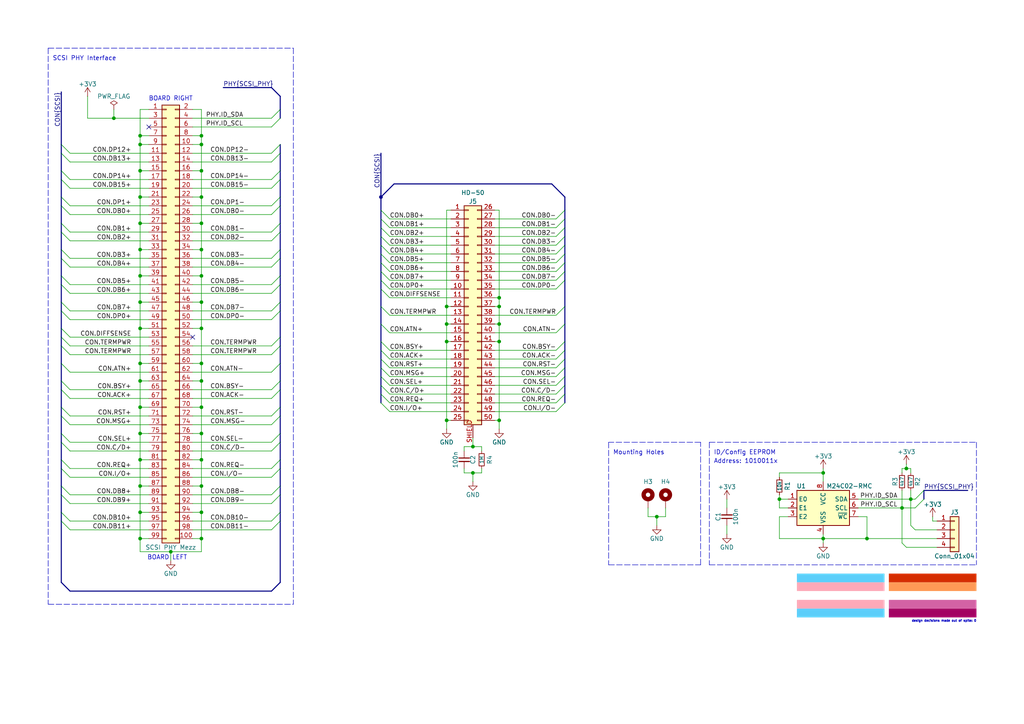
<source format=kicad_sch>
(kicad_sch (version 20231120) (generator "eeschema") (generator_version "8.0")
  (paper "A4")
  (title_block (title "Squishy -  ICD 50") (date "2024-08-22") (rev "1") (company "Shrine Maiden Heavy Industries") (comment 1 "License:  CERN-OHL-S") (comment 2 "© 2024 Aki 'lethalbit' Van Ness, et. al.") (comment 4 "Squishy - SCSI Multitool"))
  (bus_alias "SCSI" (members "DB0+" "DB0-" "DB1+" "DB1-" "DB2+" "DB2-" "DB3+" "DB3-" "DB4+" "DB4-" "DB5+" "DB5-" "DB6+" "DB6-" "DB7+" "DB7-" "DB8+" "DB8-" "DB9+" "DB9-" "DB10+" "DB10-" "DB11+" "DB11-" "DB12+" "DB12-" "DB13+" "DB13-" "DB14+" "DB14-" "DB15+" "DB15-" "DP0+" "DP0-" "DP1+" "DP1-" "ATN+" "ATN-" "BSY+" "BSY-" "ACK+" "ACK-" "RST+" "RST-" "MSG+" "MSG-" "SEL+" "SEL-" "C/D+" "C/D-" "REQ+" "REQ-" "I/O+" "I/O-" "DIFFSENSE" "TERMPWR"))
  (bus_alias "SCSI_PHY" (members "DB[0..15]" "DP[0..1]" "ATN" "BSY" "ACK" "RST" "MSG" "SEL" "C/D" "REQ" "I/O" "ID_SDA" "ID_SCL" "~{PHY_PRSNT}" "TERMPW_EN" "LS_CTRL[0..5]" "DBL_DIR" "DBH_DIR" "INIT_DIR" "TRGT_DIR" "SEL_DIR" "RST_DIR" "BSY_DIR"))
  (junction (at 40.64 87.63))
  (junction (at 40.64 41.91))
  (junction (at 226.06 144.78))
  (junction (at 40.64 133.35))
  (junction (at 58.42 80.01))
  (junction (at 137.16 129.54))
  (junction (at 144.78 99.06))
  (junction (at 137.16 137.16))
  (junction (at 238.76 137.16))
  (junction (at 58.42 64.77))
  (junction (at 58.42 118.11))
  (junction (at 129.54 93.98))
  (junction (at 129.54 99.06))
  (junction (at 40.64 110.49))
  (junction (at 40.64 148.59))
  (junction (at 144.78 88.9))
  (junction (at 58.42 41.91))
  (junction (at 144.78 93.98))
  (junction (at 144.78 121.92))
  (junction (at 58.42 133.35))
  (junction (at 110.49 57.15))
  (junction (at 40.64 95.25))
  (junction (at 190.5 149.86))
  (junction (at 261.62 147.32))
  (junction (at 58.42 125.73))
  (junction (at 40.64 64.77))
  (junction (at 58.42 87.63))
  (junction (at 40.64 39.37))
  (junction (at 144.78 86.36))
  (junction (at 40.64 156.21))
  (junction (at 58.42 140.97))
  (junction (at 58.42 49.53))
  (junction (at 262.89 135.89))
  (junction (at 129.54 121.92))
  (junction (at 58.42 72.39))
  (junction (at 264.16 144.78))
  (junction (at 40.64 140.97))
  (junction (at 40.64 72.39))
  (junction (at 58.42 39.37))
  (junction (at 58.42 110.49))
  (junction (at 40.64 118.11))
  (junction (at 40.64 57.15))
  (junction (at 251.46 156.21))
  (junction (at 58.42 105.41))
  (junction (at 129.54 88.9))
  (junction (at 238.76 156.21))
  (junction (at 58.42 57.15))
  (junction (at 58.42 148.59))
  (junction (at 49.53 160.02))
  (junction (at 40.64 80.01))
  (junction (at 40.64 125.73))
  (junction (at 58.42 156.21))
  (junction (at 33.02 34.29))
  (junction (at 58.42 95.25))
  (junction (at 40.64 49.53))
  (junction (at 40.64 105.41))
  (no_connect (at 55.88 97.79))
  (no_connect (at 43.18 36.83))
  (bus_entry (at 17.78 44.45) (size 2.54 2.54))
  (bus_entry (at 81.28 82.55) (size -2.54 2.54))
  (bus_entry (at 17.78 135.89) (size 2.54 2.54))
  (bus_entry (at 163.83 81.28) (size -2.54 2.54))
  (bus_entry (at 110.49 66.04) (size 2.54 2.54))
  (bus_entry (at 81.28 80.01) (size -2.54 2.54))
  (bus_entry (at 163.83 106.68) (size -2.54 2.54))
  (bus_entry (at 17.78 74.93) (size 2.54 2.54))
  (bus_entry (at 81.28 100.33) (size -2.54 2.54))
  (bus_entry (at 110.49 60.96) (size 2.54 2.54))
  (bus_entry (at 81.28 64.77) (size -2.54 2.54))
  (bus_entry (at 81.28 135.89) (size -2.54 2.54))
  (bus_entry (at 17.78 95.25) (size 2.54 2.54))
  (bus_entry (at 267.97 144.78) (size -2.54 2.54))
  (bus_entry (at 81.28 97.79) (size -2.54 2.54))
  (bus_entry (at 163.83 76.2) (size -2.54 2.54))
  (bus_entry (at 81.28 128.27) (size -2.54 2.54))
  (bus_entry (at 81.28 118.11) (size -2.54 2.54))
  (bus_entry (at 163.83 109.22) (size -2.54 2.54))
  (bus_entry (at 110.49 106.68) (size 2.54 2.54))
  (bus_entry (at 17.78 125.73) (size 2.54 2.54))
  (bus_entry (at 81.28 110.49) (size -2.54 2.54))
  (bus_entry (at 110.49 71.12) (size 2.54 2.54))
  (bus_entry (at 163.83 88.9) (size -2.54 2.54))
  (bus_entry (at 110.49 114.3) (size 2.54 2.54))
  (bus_entry (at 81.28 143.51) (size -2.54 2.54))
  (bus_entry (at 163.83 93.98) (size -2.54 2.54))
  (bus_entry (at 17.78 140.97) (size 2.54 2.54))
  (bus_entry (at 17.78 49.53) (size 2.54 2.54))
  (bus_entry (at 81.28 125.73) (size -2.54 2.54))
  (bus_entry (at 110.49 73.66) (size 2.54 2.54))
  (bus_entry (at 163.83 68.58) (size -2.54 2.54))
  (bus_entry (at 17.78 118.11) (size 2.54 2.54))
  (bus_entry (at 17.78 64.77) (size 2.54 2.54))
  (bus_entry (at 110.49 81.28) (size 2.54 2.54))
  (bus_entry (at 81.28 52.07) (size -2.54 2.54))
  (bus_entry (at 110.49 99.06) (size 2.54 2.54))
  (bus_entry (at 110.49 76.2) (size 2.54 2.54))
  (bus_entry (at 81.28 74.93) (size -2.54 2.54))
  (bus_entry (at 81.28 90.17) (size -2.54 2.54))
  (bus_entry (at 17.78 87.63) (size 2.54 2.54))
  (bus_entry (at 81.28 87.63) (size -2.54 2.54))
  (bus_entry (at 17.78 82.55) (size 2.54 2.54))
  (bus_entry (at 17.78 148.59) (size 2.54 2.54))
  (bus_entry (at 17.78 57.15) (size 2.54 2.54))
  (bus_entry (at 163.83 63.5) (size -2.54 2.54))
  (bus_entry (at 17.78 59.69) (size 2.54 2.54))
  (bus_entry (at 81.28 44.45) (size -2.54 2.54))
  (bus_entry (at 163.83 73.66) (size -2.54 2.54))
  (bus_entry (at 267.97 142.24) (size -2.54 2.54))
  (bus_entry (at 17.78 90.17) (size 2.54 2.54))
  (bus_entry (at 110.49 104.14) (size 2.54 2.54))
  (bus_entry (at 81.28 59.69) (size -2.54 2.54))
  (bus_entry (at 110.49 78.74) (size 2.54 2.54))
  (bus_entry (at 163.83 111.76) (size -2.54 2.54))
  (bus_entry (at 17.78 113.03) (size 2.54 2.54))
  (bus_entry (at 163.83 78.74) (size -2.54 2.54))
  (bus_entry (at 17.78 105.41) (size 2.54 2.54))
  (bus_entry (at 163.83 116.84) (size -2.54 2.54))
  (bus_entry (at 81.28 113.03) (size -2.54 2.54))
  (bus_entry (at 17.78 52.07) (size 2.54 2.54))
  (bus_entry (at 17.78 110.49) (size 2.54 2.54))
  (bus_entry (at 17.78 72.39) (size 2.54 2.54))
  (bus_entry (at 110.49 83.82) (size 2.54 2.54))
  (bus_entry (at 163.83 104.14) (size -2.54 2.54))
  (bus_entry (at 81.28 120.65) (size -2.54 2.54))
  (bus_entry (at 81.28 34.29) (size -2.54 2.54))
  (bus_entry (at 81.28 57.15) (size -2.54 2.54))
  (bus_entry (at 17.78 80.01) (size 2.54 2.54))
  (bus_entry (at 163.83 66.04) (size -2.54 2.54))
  (bus_entry (at 17.78 41.91) (size 2.54 2.54))
  (bus_entry (at 81.28 41.91) (size -2.54 2.54))
  (bus_entry (at 17.78 151.13) (size 2.54 2.54))
  (bus_entry (at 163.83 99.06) (size -2.54 2.54))
  (bus_entry (at 110.49 116.84) (size 2.54 2.54))
  (bus_entry (at 81.28 31.75) (size -2.54 2.54))
  (bus_entry (at 81.28 151.13) (size -2.54 2.54))
  (bus_entry (at 81.28 72.39) (size -2.54 2.54))
  (bus_entry (at 110.49 68.58) (size 2.54 2.54))
  (bus_entry (at 81.28 148.59) (size -2.54 2.54))
  (bus_entry (at 17.78 97.79) (size 2.54 2.54))
  (bus_entry (at 17.78 100.33) (size 2.54 2.54))
  (bus_entry (at 81.28 49.53) (size -2.54 2.54))
  (bus_entry (at 17.78 120.65) (size 2.54 2.54))
  (bus_entry (at 163.83 60.96) (size -2.54 2.54))
  (bus_entry (at 110.49 88.9) (size 2.54 2.54))
  (bus_entry (at 17.78 67.31) (size 2.54 2.54))
  (bus_entry (at 163.83 114.3) (size -2.54 2.54))
  (bus_entry (at 17.78 128.27) (size 2.54 2.54))
  (bus_entry (at 17.78 133.35) (size 2.54 2.54))
  (bus_entry (at 110.49 93.98) (size 2.54 2.54))
  (bus_entry (at 110.49 63.5) (size 2.54 2.54))
  (bus_entry (at 81.28 105.41) (size -2.54 2.54))
  (bus_entry (at 81.28 67.31) (size -2.54 2.54))
  (bus_entry (at 81.28 140.97) (size -2.54 2.54))
  (bus_entry (at 17.78 143.51) (size 2.54 2.54))
  (bus_entry (at 110.49 111.76) (size 2.54 2.54))
  (bus_entry (at 163.83 101.6) (size -2.54 2.54))
  (bus_entry (at 110.49 101.6) (size 2.54 2.54))
  (bus_entry (at 110.49 109.22) (size 2.54 2.54))
  (bus_entry (at 163.83 71.12) (size -2.54 2.54))
  (bus_entry (at 81.28 133.35) (size -2.54 2.54))
  (wire (pts (xy 144.78 86.36) (xy 144.78 88.9)))
  (wire (pts (xy 161.29 63.5) (xy 143.51 63.5)))
  (bus (pts (xy 110.49 83.82) (xy 110.49 88.9)))
  (wire (pts (xy 20.32 92.71) (xy 43.18 92.71)))
  (wire (pts (xy 113.03 114.3) (xy 130.81 114.3)))
  (wire (pts (xy 20.32 67.31) (xy 43.18 67.31)))
  (wire (pts (xy 137.16 129.54) (xy 134.62 129.54)))
  (wire (pts (xy 20.32 146.05) (xy 43.18 146.05)))
  (wire (pts (xy 55.88 156.21) (xy 58.42 156.21)))
  (wire (pts (xy 20.32 97.79) (xy 43.18 97.79)))
  (bus (pts (xy 114.3 53.34) (xy 160.02 53.34)))
  (wire (pts (xy 55.88 31.75) (xy 58.42 31.75)))
  (wire (pts (xy 144.78 93.98) (xy 144.78 99.06)))
  (wire (pts (xy 78.74 115.57) (xy 55.88 115.57)))
  (wire (pts (xy 78.74 102.87) (xy 55.88 102.87)))
  (wire (pts (xy 129.54 88.9) (xy 129.54 93.98)))
  (wire (pts (xy 55.88 57.15) (xy 58.42 57.15)))
  (bus (pts (xy 81.28 120.65) (xy 81.28 125.73)))
  (wire (pts (xy 113.03 119.38) (xy 130.81 119.38)))
  (wire (pts (xy 20.32 123.19) (xy 43.18 123.19)))
  (wire (pts (xy 144.78 121.92) (xy 144.78 124.46)))
  (wire (pts (xy 58.42 87.63) (xy 58.42 95.25)))
  (wire (pts (xy 143.51 99.06) (xy 144.78 99.06)))
  (bus (pts (xy 81.28 82.55) (xy 81.28 87.63)))
  (bus (pts (xy 163.83 111.76) (xy 163.83 114.3)))
  (wire (pts (xy 78.74 74.93) (xy 55.88 74.93)))
  (polyline (pts (xy 176.53 128.27) (xy 176.53 163.83)) (stroke (width 0) (type dash)))
  (bus (pts (xy 17.78 95.25) (xy 17.78 97.79)))
  (wire (pts (xy 226.06 143.51) (xy 226.06 144.78)))
  (wire (pts (xy 161.29 81.28) (xy 143.51 81.28)))
  (bus (pts (xy 81.28 97.79) (xy 81.28 100.33)))
  (wire (pts (xy 137.16 137.16) (xy 139.7 137.16)))
  (wire (pts (xy 20.32 62.23) (xy 43.18 62.23)))
  (bus (pts (xy 110.49 76.2) (xy 110.49 78.74)))
  (wire (pts (xy 161.29 83.82) (xy 143.51 83.82)))
  (wire (pts (xy 251.46 149.86) (xy 251.46 156.21)))
  (wire (pts (xy 264.16 142.24) (xy 264.16 144.78)))
  (wire (pts (xy 55.88 110.49) (xy 58.42 110.49)))
  (wire (pts (xy 161.29 116.84) (xy 143.51 116.84)))
  (bus (pts (xy 110.49 93.98) (xy 110.49 99.06)))
  (wire (pts (xy 49.53 160.02) (xy 49.53 162.56)))
  (wire (pts (xy 143.51 121.92) (xy 144.78 121.92)))
  (wire (pts (xy 161.29 68.58) (xy 143.51 68.58)))
  (wire (pts (xy 55.88 41.91) (xy 58.42 41.91)))
  (wire (pts (xy 78.74 113.03) (xy 55.88 113.03)))
  (wire (pts (xy 113.03 116.84) (xy 130.81 116.84)))
  (wire (pts (xy 78.74 153.67) (xy 55.88 153.67)))
  (wire (pts (xy 78.74 62.23) (xy 55.88 62.23)))
  (wire (pts (xy 25.4 27.94) (xy 25.4 34.29)))
  (wire (pts (xy 43.18 57.15) (xy 40.64 57.15)))
  (bus (pts (xy 81.28 100.33) (xy 81.28 105.41)))
  (wire (pts (xy 129.54 99.06) (xy 130.81 99.06)))
  (bus (pts (xy 20.32 171.45) (xy 78.74 171.45)))
  (wire (pts (xy 129.54 88.9) (xy 130.81 88.9)))
  (bus (pts (xy 17.78 133.35) (xy 17.78 135.89)))
  (wire (pts (xy 33.02 34.29) (xy 43.18 34.29)))
  (bus (pts (xy 81.28 118.11) (xy 81.28 120.65)))
  (wire (pts (xy 40.64 64.77) (xy 40.64 72.39)))
  (wire (pts (xy 270.51 151.13) (xy 271.78 151.13)))
  (wire (pts (xy 270.51 149.86) (xy 270.51 151.13)))
  (wire (pts (xy 20.32 69.85) (xy 43.18 69.85)))
  (bus (pts (xy 163.83 66.04) (xy 163.83 68.58)))
  (wire (pts (xy 58.42 41.91) (xy 58.42 49.53)))
  (wire (pts (xy 139.7 129.54) (xy 139.7 130.81)))
  (wire (pts (xy 78.74 67.31) (xy 55.88 67.31)))
  (bus (pts (xy 17.78 120.65) (xy 17.78 125.73)))
  (bus (pts (xy 81.28 128.27) (xy 81.28 133.35)))
  (wire (pts (xy 40.64 49.53) (xy 40.64 57.15)))
  (bus (pts (xy 81.28 64.77) (xy 81.28 67.31)))
  (wire (pts (xy 265.43 153.67) (xy 264.16 152.4)))
  (wire (pts (xy 161.29 111.76) (xy 143.51 111.76)))
  (wire (pts (xy 40.64 160.02) (xy 49.53 160.02)))
  (wire (pts (xy 20.32 77.47) (xy 43.18 77.47)))
  (wire (pts (xy 113.03 76.2) (xy 130.81 76.2)))
  (wire (pts (xy 40.64 72.39) (xy 40.64 80.01)))
  (bus (pts (xy 81.28 59.69) (xy 81.28 64.77)))
  (bus (pts (xy 81.28 49.53) (xy 81.28 52.07)))
  (wire (pts (xy 25.4 34.29) (xy 33.02 34.29)))
  (wire (pts (xy 58.42 80.01) (xy 58.42 87.63)))
  (bus (pts (xy 110.49 114.3) (xy 110.49 116.84)))
  (wire (pts (xy 43.18 95.25) (xy 40.64 95.25)))
  (wire (pts (xy 137.16 137.16) (xy 137.16 139.7)))
  (bus (pts (xy 17.78 105.41) (xy 17.78 110.49)))
  (bus (pts (xy 81.28 27.94) (xy 81.28 31.75)))
  (wire (pts (xy 226.06 149.86) (xy 226.06 156.21)))
  (bus (pts (xy 110.49 88.9) (xy 110.49 93.98)))
  (wire (pts (xy 78.74 77.47) (xy 55.88 77.47)))
  (wire (pts (xy 129.54 121.92) (xy 130.81 121.92)))
  (wire (pts (xy 78.74 85.09) (xy 55.88 85.09)))
  (wire (pts (xy 40.64 41.91) (xy 40.64 49.53)))
  (bus (pts (xy 17.78 118.11) (xy 17.78 120.65)))
  (wire (pts (xy 78.74 90.17) (xy 55.88 90.17)))
  (wire (pts (xy 33.02 31.75) (xy 33.02 34.29)))
  (bus (pts (xy 17.78 110.49) (xy 17.78 113.03)))
  (wire (pts (xy 262.89 135.89) (xy 264.16 135.89)))
  (wire (pts (xy 55.88 87.63) (xy 58.42 87.63)))
  (wire (pts (xy 55.88 125.73) (xy 58.42 125.73)))
  (bus (pts (xy 81.28 31.75) (xy 81.28 34.29)))
  (wire (pts (xy 143.51 86.36) (xy 144.78 86.36)))
  (wire (pts (xy 134.62 135.89) (xy 134.62 137.16)))
  (wire (pts (xy 187.96 147.32) (xy 187.96 149.86)))
  (wire (pts (xy 226.06 144.78) (xy 228.6 144.78)))
  (bus (pts (xy 163.83 106.68) (xy 163.83 109.22)))
  (bus (pts (xy 110.49 109.22) (xy 110.49 111.76)))
  (wire (pts (xy 55.88 72.39) (xy 58.42 72.39)))
  (bus (pts (xy 267.97 142.24) (xy 280.67 142.24)))
  (wire (pts (xy 262.89 134.62) (xy 262.89 135.89)))
  (wire (pts (xy 58.42 49.53) (xy 58.42 57.15)))
  (wire (pts (xy 251.46 156.21) (xy 271.78 156.21)))
  (wire (pts (xy 43.18 64.77) (xy 40.64 64.77)))
  (bus (pts (xy 17.78 135.89) (xy 17.78 140.97)))
  (wire (pts (xy 271.78 153.67) (xy 265.43 153.67)))
  (bus (pts (xy 163.83 57.15) (xy 163.83 60.96)))
  (wire (pts (xy 161.29 109.22) (xy 143.51 109.22)))
  (wire (pts (xy 78.74 120.65) (xy 55.88 120.65)))
  (wire (pts (xy 58.42 95.25) (xy 58.42 105.41)))
  (bus (pts (xy 110.49 73.66) (xy 110.49 76.2)))
  (polyline (pts (xy 13.97 13.97) (xy 13.97 175.26)) (stroke (width 0) (type dash)))
  (wire (pts (xy 43.18 110.49) (xy 40.64 110.49)))
  (wire (pts (xy 78.74 128.27) (xy 55.88 128.27)))
  (wire (pts (xy 161.29 76.2) (xy 143.51 76.2)))
  (bus (pts (xy 110.49 44.45) (xy 110.49 57.15)))
  (bus (pts (xy 81.28 80.01) (xy 81.28 82.55)))
  (wire (pts (xy 58.42 156.21) (xy 58.42 160.02)))
  (polyline (pts (xy 85.09 13.97) (xy 85.09 175.26)) (stroke (width 0) (type dash)))
  (bus (pts (xy 17.78 49.53) (xy 17.78 52.07)))
  (wire (pts (xy 55.88 118.11) (xy 58.42 118.11)))
  (wire (pts (xy 78.74 46.99) (xy 55.88 46.99)))
  (bus (pts (xy 110.49 101.6) (xy 110.49 104.14)))
  (wire (pts (xy 40.64 110.49) (xy 40.64 118.11)))
  (wire (pts (xy 20.32 128.27) (xy 43.18 128.27)))
  (wire (pts (xy 55.88 36.83) (xy 78.74 36.83)))
  (wire (pts (xy 129.54 60.96) (xy 130.81 60.96)))
  (wire (pts (xy 20.32 113.03) (xy 43.18 113.03)))
  (wire (pts (xy 143.51 88.9) (xy 144.78 88.9)))
  (wire (pts (xy 55.88 105.41) (xy 58.42 105.41)))
  (wire (pts (xy 55.88 39.37) (xy 58.42 39.37)))
  (wire (pts (xy 113.03 73.66) (xy 130.81 73.66)))
  (wire (pts (xy 40.64 133.35) (xy 40.64 140.97)))
  (wire (pts (xy 161.29 71.12) (xy 143.51 71.12)))
  (wire (pts (xy 55.88 80.01) (xy 58.42 80.01)))
  (wire (pts (xy 20.32 85.09) (xy 43.18 85.09)))
  (wire (pts (xy 161.29 114.3) (xy 143.51 114.3)))
  (wire (pts (xy 261.62 147.32) (xy 265.43 147.32)))
  (wire (pts (xy 58.42 140.97) (xy 58.42 148.59)))
  (wire (pts (xy 43.18 72.39) (xy 40.64 72.39)))
  (bus (pts (xy 110.49 66.04) (xy 110.49 68.58)))
  (wire (pts (xy 40.64 31.75) (xy 40.64 39.37)))
  (wire (pts (xy 139.7 135.89) (xy 139.7 137.16)))
  (bus (pts (xy 81.28 67.31) (xy 81.28 72.39)))
  (wire (pts (xy 161.29 101.6) (xy 143.51 101.6)))
  (polyline (pts (xy 203.2 163.83) (xy 203.2 128.27)) (stroke (width 0) (type dash)))
  (wire (pts (xy 161.29 119.38) (xy 143.51 119.38)))
  (wire (pts (xy 113.03 86.36) (xy 130.81 86.36)))
  (wire (pts (xy 161.29 73.66) (xy 143.51 73.66)))
  (wire (pts (xy 113.03 111.76) (xy 130.81 111.76)))
  (wire (pts (xy 43.18 125.73) (xy 40.64 125.73)))
  (bus (pts (xy 163.83 88.9) (xy 163.83 93.98)))
  (wire (pts (xy 134.62 129.54) (xy 134.62 130.81)))
  (wire (pts (xy 55.88 133.35) (xy 58.42 133.35)))
  (bus (pts (xy 17.78 140.97) (xy 17.78 143.51)))
  (bus (pts (xy 17.78 148.59) (xy 17.78 151.13)))
  (bus (pts (xy 81.28 135.89) (xy 81.28 140.97)))
  (wire (pts (xy 20.32 120.65) (xy 43.18 120.65)))
  (wire (pts (xy 144.78 88.9) (xy 144.78 93.98)))
  (wire (pts (xy 55.88 148.59) (xy 58.42 148.59)))
  (wire (pts (xy 210.82 152.4) (xy 210.82 154.94)))
  (wire (pts (xy 113.03 101.6) (xy 130.81 101.6)))
  (polyline (pts (xy 205.74 163.83) (xy 283.21 163.83)) (stroke (width 0) (type dash)))
  (polyline (pts (xy 13.97 175.26) (xy 85.09 175.26)) (stroke (width 0) (type dash)))
  (bus (pts (xy 17.78 168.91) (xy 20.32 171.45)))
  (polyline (pts (xy 176.53 163.83) (xy 203.2 163.83)) (stroke (width 0) (type dash)))
  (wire (pts (xy 113.03 106.68) (xy 130.81 106.68)))
  (wire (pts (xy 113.03 91.44) (xy 130.81 91.44)))
  (bus (pts (xy 110.49 63.5) (xy 110.49 66.04)))
  (polyline (pts (xy 13.97 13.97) (xy 85.09 13.97)) (stroke (width 0) (type dash)))
  (wire (pts (xy 20.32 153.67) (xy 43.18 153.67)))
  (wire (pts (xy 129.54 121.92) (xy 129.54 124.46)))
  (bus (pts (xy 163.83 99.06) (xy 163.83 101.6)))
  (bus (pts (xy 17.78 64.77) (xy 17.78 67.31)))
  (wire (pts (xy 161.29 66.04) (xy 143.51 66.04)))
  (polyline (pts (xy 205.74 128.27) (xy 283.21 128.27)) (stroke (width 0) (type dash)))
  (wire (pts (xy 43.18 80.01) (xy 40.64 80.01)))
  (wire (pts (xy 20.32 135.89) (xy 43.18 135.89)))
  (wire (pts (xy 226.06 156.21) (xy 238.76 156.21)))
  (wire (pts (xy 78.74 138.43) (xy 55.88 138.43)))
  (bus (pts (xy 17.78 100.33) (xy 17.78 105.41)))
  (bus (pts (xy 17.78 72.39) (xy 17.78 74.93)))
  (bus (pts (xy 160.02 53.34) (xy 163.83 57.15)))
  (wire (pts (xy 271.78 158.75) (xy 262.89 158.75)))
  (wire (pts (xy 261.62 135.89) (xy 261.62 137.16)))
  (wire (pts (xy 20.32 100.33) (xy 43.18 100.33)))
  (bus (pts (xy 81.28 72.39) (xy 81.28 74.93)))
  (bus (pts (xy 17.78 82.55) (xy 17.78 87.63)))
  (bus (pts (xy 17.78 44.45) (xy 17.78 49.53)))
  (bus (pts (xy 17.78 90.17) (xy 17.78 95.25)))
  (bus (pts (xy 17.78 52.07) (xy 17.78 57.15)))
  (bus (pts (xy 267.97 144.78) (xy 267.97 142.24)))
  (bus (pts (xy 163.83 60.96) (xy 163.83 63.5)))
  (bus (pts (xy 163.83 78.74) (xy 163.83 81.28)))
  (bus (pts (xy 81.28 87.63) (xy 81.28 90.17)))
  (wire (pts (xy 55.88 34.29) (xy 78.74 34.29)))
  (bus (pts (xy 17.78 97.79) (xy 17.78 100.33)))
  (wire (pts (xy 40.64 80.01) (xy 40.64 87.63)))
  (bus (pts (xy 81.28 41.91) (xy 81.28 44.45)))
  (wire (pts (xy 113.03 83.82) (xy 130.81 83.82)))
  (bus (pts (xy 17.78 87.63) (xy 17.78 90.17)))
  (wire (pts (xy 129.54 60.96) (xy 129.54 88.9)))
  (bus (pts (xy 78.74 171.45) (xy 81.28 168.91)))
  (bus (pts (xy 81.28 57.15) (xy 81.28 59.69)))
  (bus (pts (xy 163.83 63.5) (xy 163.83 66.04)))
  (bus (pts (xy 17.78 113.03) (xy 17.78 118.11)))
  (wire (pts (xy 113.03 78.74) (xy 130.81 78.74)))
  (wire (pts (xy 78.74 92.71) (xy 55.88 92.71)))
  (bus (pts (xy 110.49 57.15) (xy 110.49 60.96)))
  (wire (pts (xy 58.42 57.15) (xy 58.42 64.77)))
  (bus (pts (xy 163.83 104.14) (xy 163.83 106.68)))
  (wire (pts (xy 55.88 140.97) (xy 58.42 140.97)))
  (bus (pts (xy 78.74 25.4) (xy 81.28 27.94)))
  (wire (pts (xy 58.42 31.75) (xy 58.42 39.37)))
  (bus (pts (xy 81.28 90.17) (xy 81.28 97.79)))
  (wire (pts (xy 20.32 138.43) (xy 43.18 138.43)))
  (wire (pts (xy 113.03 63.5) (xy 130.81 63.5)))
  (wire (pts (xy 20.32 82.55) (xy 43.18 82.55)))
  (wire (pts (xy 58.42 118.11) (xy 58.42 125.73)))
  (wire (pts (xy 143.51 93.98) (xy 144.78 93.98)))
  (wire (pts (xy 40.64 118.11) (xy 40.64 125.73)))
  (wire (pts (xy 40.64 156.21) (xy 40.64 160.02)))
  (wire (pts (xy 238.76 154.94) (xy 238.76 156.21)))
  (wire (pts (xy 20.32 115.57) (xy 43.18 115.57)))
  (bus (pts (xy 110.49 68.58) (xy 110.49 71.12)))
  (wire (pts (xy 55.88 95.25) (xy 58.42 95.25)))
  (bus (pts (xy 17.78 41.91) (xy 17.78 44.45)))
  (wire (pts (xy 264.16 144.78) (xy 264.16 152.4)))
  (bus (pts (xy 163.83 73.66) (xy 163.83 76.2)))
  (wire (pts (xy 143.51 60.96) (xy 144.78 60.96)))
  (wire (pts (xy 113.03 109.22) (xy 130.81 109.22)))
  (wire (pts (xy 113.03 96.52) (xy 130.81 96.52)))
  (wire (pts (xy 78.74 59.69) (xy 55.88 59.69)))
  (wire (pts (xy 264.16 135.89) (xy 264.16 137.16)))
  (bus (pts (xy 110.49 57.15) (xy 114.3 53.34)))
  (wire (pts (xy 78.74 146.05) (xy 55.88 146.05)))
  (wire (pts (xy 78.74 130.81) (xy 55.88 130.81)))
  (wire (pts (xy 78.74 151.13) (xy 55.88 151.13)))
  (bus (pts (xy 81.28 125.73) (xy 81.28 128.27)))
  (wire (pts (xy 161.29 104.14) (xy 143.51 104.14)))
  (wire (pts (xy 40.64 148.59) (xy 40.64 156.21)))
  (wire (pts (xy 193.04 147.32) (xy 193.04 149.86)))
  (wire (pts (xy 58.42 148.59) (xy 58.42 156.21)))
  (wire (pts (xy 226.06 137.16) (xy 226.06 138.43)))
  (wire (pts (xy 43.18 87.63) (xy 40.64 87.63)))
  (wire (pts (xy 161.29 106.68) (xy 143.51 106.68)))
  (wire (pts (xy 238.76 135.89) (xy 238.76 137.16)))
  (wire (pts (xy 40.64 140.97) (xy 40.64 148.59)))
  (bus (pts (xy 110.49 111.76) (xy 110.49 114.3)))
  (bus (pts (xy 110.49 60.96) (xy 110.49 63.5)))
  (wire (pts (xy 78.74 69.85) (xy 55.88 69.85)))
  (wire (pts (xy 20.32 54.61) (xy 43.18 54.61)))
  (bus (pts (xy 81.28 110.49) (xy 81.28 113.03)))
  (wire (pts (xy 113.03 81.28) (xy 130.81 81.28)))
  (wire (pts (xy 190.5 149.86) (xy 193.04 149.86)))
  (wire (pts (xy 58.42 39.37) (xy 58.42 41.91)))
  (wire (pts (xy 248.92 147.32) (xy 261.62 147.32)))
  (wire (pts (xy 78.74 123.19) (xy 55.88 123.19)))
  (bus (pts (xy 81.28 151.13) (xy 81.28 168.91)))
  (wire (pts (xy 20.32 90.17) (xy 43.18 90.17)))
  (wire (pts (xy 20.32 74.93) (xy 43.18 74.93)))
  (wire (pts (xy 43.18 31.75) (xy 40.64 31.75)))
  (wire (pts (xy 113.03 104.14) (xy 130.81 104.14)))
  (wire (pts (xy 261.62 142.24) (xy 261.62 147.32)))
  (wire (pts (xy 58.42 72.39) (xy 58.42 80.01)))
  (wire (pts (xy 40.64 105.41) (xy 43.18 105.41)))
  (wire (pts (xy 78.74 143.51) (xy 55.88 143.51)))
  (wire (pts (xy 190.5 149.86) (xy 190.5 152.4)))
  (wire (pts (xy 40.64 125.73) (xy 40.64 133.35)))
  (wire (pts (xy 40.64 156.21) (xy 43.18 156.21)))
  (wire (pts (xy 113.03 68.58) (xy 130.81 68.58)))
  (bus (pts (xy 163.83 68.58) (xy 163.83 71.12)))
  (bus (pts (xy 17.78 125.73) (xy 17.78 128.27)))
  (wire (pts (xy 134.62 137.16) (xy 137.16 137.16)))
  (bus (pts (xy 81.28 44.45) (xy 81.28 49.53)))
  (wire (pts (xy 226.06 147.32) (xy 228.6 147.32)))
  (bus (pts (xy 17.78 57.15) (xy 17.78 59.69)))
  (wire (pts (xy 43.18 118.11) (xy 40.64 118.11)))
  (wire (pts (xy 262.89 158.75) (xy 261.62 157.48)))
  (bus (pts (xy 163.83 101.6) (xy 163.83 104.14)))
  (wire (pts (xy 261.62 135.89) (xy 262.89 135.89)))
  (bus (pts (xy 81.28 133.35) (xy 81.28 135.89)))
  (wire (pts (xy 78.74 44.45) (xy 55.88 44.45)))
  (wire (pts (xy 20.32 102.87) (xy 43.18 102.87)))
  (wire (pts (xy 226.06 149.86) (xy 228.6 149.86)))
  (wire (pts (xy 78.74 100.33) (xy 55.88 100.33)))
  (wire (pts (xy 129.54 93.98) (xy 130.81 93.98)))
  (bus (pts (xy 17.78 26.67) (xy 17.78 41.91)))
  (wire (pts (xy 20.32 46.99) (xy 43.18 46.99)))
  (wire (pts (xy 43.18 41.91) (xy 40.64 41.91)))
  (wire (pts (xy 161.29 78.74) (xy 143.51 78.74)))
  (bus (pts (xy 17.78 67.31) (xy 17.78 72.39)))
  (wire (pts (xy 20.32 143.51) (xy 43.18 143.51)))
  (wire (pts (xy 238.76 156.21) (xy 251.46 156.21)))
  (wire (pts (xy 58.42 133.35) (xy 58.42 140.97)))
  (wire (pts (xy 238.76 156.21) (xy 238.76 157.48)))
  (bus (pts (xy 110.49 81.28) (xy 110.49 83.82)))
  (wire (pts (xy 40.64 148.59) (xy 43.18 148.59)))
  (bus (pts (xy 163.83 81.28) (xy 163.83 88.9)))
  (bus (pts (xy 163.83 76.2) (xy 163.83 78.74)))
  (bus (pts (xy 17.78 74.93) (xy 17.78 80.01)))
  (bus (pts (xy 81.28 148.59) (xy 81.28 151.13)))
  (wire (pts (xy 113.03 66.04) (xy 130.81 66.04)))
  (bus (pts (xy 17.78 151.13) (xy 17.78 168.91)))
  (wire (pts (xy 226.06 137.16) (xy 238.76 137.16)))
  (bus (pts (xy 81.28 52.07) (xy 81.28 57.15)))
  (wire (pts (xy 40.64 105.41) (xy 40.64 110.49)))
  (polyline (pts (xy 205.74 128.27) (xy 205.74 163.83)) (stroke (width 0) (type dash)))
  (bus (pts (xy 163.83 109.22) (xy 163.83 111.76)))
  (wire (pts (xy 20.32 44.45) (xy 43.18 44.45)))
  (wire (pts (xy 40.64 39.37) (xy 40.64 41.91)))
  (wire (pts (xy 58.42 110.49) (xy 58.42 118.11)))
  (wire (pts (xy 261.62 147.32) (xy 261.62 157.48)))
  (bus (pts (xy 17.78 80.01) (xy 17.78 82.55)))
  (wire (pts (xy 264.16 144.78) (xy 265.43 144.78)))
  (polyline (pts (xy 283.21 128.27) (xy 283.21 163.83)) (stroke (width 0) (type dash)))
  (wire (pts (xy 58.42 64.77) (xy 58.42 72.39)))
  (wire (pts (xy 144.78 60.96) (xy 144.78 86.36)))
  (wire (pts (xy 55.88 49.53) (xy 58.42 49.53)))
  (wire (pts (xy 40.64 95.25) (xy 40.64 105.41)))
  (wire (pts (xy 248.92 144.78) (xy 264.16 144.78)))
  (wire (pts (xy 43.18 49.53) (xy 40.64 49.53)))
  (wire (pts (xy 40.64 39.37) (xy 43.18 39.37)))
  (wire (pts (xy 78.74 107.95) (xy 55.88 107.95)))
  (wire (pts (xy 187.96 149.86) (xy 190.5 149.86)))
  (wire (pts (xy 226.06 144.78) (xy 226.06 147.32)))
  (bus (pts (xy 163.83 114.3) (xy 163.83 116.84)))
  (wire (pts (xy 78.74 54.61) (xy 55.88 54.61)))
  (bus (pts (xy 110.49 99.06) (xy 110.49 101.6)))
  (wire (pts (xy 161.29 96.52) (xy 143.51 96.52)))
  (bus (pts (xy 81.28 74.93) (xy 81.28 80.01)))
  (wire (pts (xy 20.32 59.69) (xy 43.18 59.69)))
  (bus (pts (xy 81.28 140.97) (xy 81.28 143.51)))
  (wire (pts (xy 161.29 91.44) (xy 143.51 91.44)))
  (bus (pts (xy 81.28 143.51) (xy 81.28 148.59)))
  (wire (pts (xy 43.18 133.35) (xy 40.64 133.35)))
  (wire (pts (xy 20.32 107.95) (xy 43.18 107.95)))
  (wire (pts (xy 20.32 52.07) (xy 43.18 52.07)))
  (bus (pts (xy 110.49 71.12) (xy 110.49 73.66)))
  (wire (pts (xy 144.78 99.06) (xy 144.78 121.92)))
  (bus (pts (xy 110.49 104.14) (xy 110.49 106.68)))
  (wire (pts (xy 139.7 129.54) (xy 137.16 129.54)))
  (wire (pts (xy 20.32 151.13) (xy 43.18 151.13)))
  (bus (pts (xy 64.77 25.4) (xy 78.74 25.4)))
  (wire (pts (xy 40.64 87.63) (xy 40.64 95.25)))
  (wire (pts (xy 248.92 149.86) (xy 251.46 149.86)))
  (bus (pts (xy 110.49 106.68) (xy 110.49 109.22)))
  (wire (pts (xy 78.74 82.55) (xy 55.88 82.55)))
  (wire (pts (xy 20.32 130.81) (xy 43.18 130.81)))
  (wire (pts (xy 129.54 93.98) (xy 129.54 99.06)))
  (wire (pts (xy 43.18 140.97) (xy 40.64 140.97)))
  (wire (pts (xy 137.16 127) (xy 137.16 129.54)))
  (wire (pts (xy 113.03 71.12) (xy 130.81 71.12)))
  (bus (pts (xy 17.78 143.51) (xy 17.78 148.59)))
  (bus (pts (xy 110.49 78.74) (xy 110.49 81.28)))
  (bus (pts (xy 163.83 93.98) (xy 163.83 99.06)))
  (wire (pts (xy 40.64 57.15) (xy 40.64 64.77)))
  (wire (pts (xy 210.82 147.32) (xy 210.82 144.78)))
  (wire (pts (xy 78.74 135.89) (xy 55.88 135.89)))
  (bus (pts (xy 81.28 113.03) (xy 81.28 118.11)))
  (wire (pts (xy 58.42 125.73) (xy 58.42 133.35)))
  (wire (pts (xy 49.53 160.02) (xy 58.42 160.02)))
  (bus (pts (xy 17.78 128.27) (xy 17.78 133.35)))
  (bus (pts (xy 163.83 71.12) (xy 163.83 73.66)))
  (wire (pts (xy 129.54 99.06) (xy 129.54 121.92)))
  (wire (pts (xy 55.88 64.77) (xy 58.42 64.77)))
  (wire (pts (xy 238.76 137.16) (xy 238.76 139.7)))
  (wire (pts (xy 78.74 52.07) (xy 55.88 52.07)))
  (polyline (pts (xy 203.2 128.27) (xy 176.53 128.27)) (stroke (width 0) (type dash)))
  (bus (pts (xy 81.28 105.41) (xy 81.28 110.49)))
  (wire (pts (xy 58.42 105.41) (xy 58.42 110.49)))
  (bus (pts (xy 17.78 59.69) (xy 17.78 64.77)))
  (text "Address: 1010011x" (at 207.01 133.858 0) (effects (font (size 1.27 1.27)) (justify left)))
  (text "Mounting Holes\n" (at 177.8 132.08 0) (effects (font (size 1.27 1.27)) (justify left bottom)))
  (text "BOARD RIGHT" (at 49.53 28.702 0) (effects (font (size 1.27 1.27))))
  (text "BOARD LEFT" (at 48.514 161.798 0) (effects (font (size 1.27 1.27))))
  (text "ID/Config EEPROM" (at 207.01 132.08 0) (effects (font (size 1.27 1.27)) (justify left bottom)))
  (text "SCSI PHY Interface" (at 15.24 17.78 0) (effects (font (size 1.27 1.27)) (justify left bottom)))
  (text "design decisions made out of spite: 0" (at 264.414 180.594 0) (effects (font (size 0.635 0.635)) (justify left bottom)))
  (label "CON.DP1-" (at 60.96 59.69 0))
  (label "CON.DB9-" (at 60.96 146.05 0))
  (label "CON.DB13-" (at 60.96 46.99 0))
  (label "CON.DB0+" (at 38.1 62.23 180))
  (label "CON.MSG+" (at 113.03 109.22 0))
  (label "CON.DB11-" (at 60.96 153.67 0))
  (label "CON.DIFFSENSE" (at 38.1 97.79 180))
  (label "CON.ACK-" (at 161.29 104.14 180))
  (label "CON.DB15+" (at 38.1 54.61 180))
  (label "CON.DB7-" (at 161.29 81.28 180))
  (label "CON.DB11+" (at 38.1 153.67 180))
  (label "CON.SEL-" (at 60.96 128.27 0))
  (label "CON.I{slash}O-" (at 161.29 119.38 180))
  (label "CON.DB10-" (at 60.96 151.13 0))
  (label "CON.DB6-" (at 161.29 78.74 180))
  (label "CON.C{slash}D+" (at 113.03 114.3 0))
  (label "CON.I{slash}O-" (at 60.96 138.43 0))
  (label "CON{SCSI}" (at 110.49 44.45 270))
  (label "CON.DB3-" (at 60.96 74.93 0))
  (label "CON.REQ+" (at 38.1 135.89 180))
  (label "CON.ATN+" (at 38.1 107.95 180))
  (label "PHY{SCSI_PHY}" (at 64.77 25.4 0))
  (label "CON.BSY-" (at 60.96 113.03 0))
  (label "CON.DB2+" (at 113.03 68.58 0))
  (label "CON.BSY+" (at 38.1 113.03 180))
  (label "CON.RST-" (at 161.29 106.68 180))
  (label "CON.ACK-" (at 60.96 115.57 0))
  (label "CON.TERMPWR" (at 113.03 91.44 0))
  (label "CON.DB7+" (at 113.03 81.28 0))
  (label "CON.DP14-" (at 60.96 52.07 0))
  (label "CON.DB4-" (at 60.96 77.47 0))
  (label "CON.REQ-" (at 60.96 135.89 0))
  (label "CON.DB10+" (at 38.1 151.13 180))
  (label "CON.TERMPWR" (at 161.29 91.44 180))
  (label "CON.SEL+" (at 113.03 111.76 0))
  (label "CON.ATN-" (at 60.96 107.95 0))
  (label "PHY{SCSI_PHY}" (at 267.97 142.24 0))
  (label "CON.DB2-" (at 60.96 69.85 0))
  (label "CON.DIFFSENSE" (at 113.03 86.36 0))
  (label "CON.DP0-" (at 60.96 92.71 0))
  (label "CON.RST+" (at 113.03 106.68 0))
  (label "CON.MSG-" (at 60.96 123.19 0))
  (label "CON.DP12+" (at 38.1 44.45 180))
  (label "CON.DB5+" (at 38.1 82.55 180))
  (label "CON.I{slash}O+" (at 113.03 119.38 0))
  (label "CON.ATN-" (at 161.29 96.52 180))
  (label "CON.DB15-" (at 60.96 54.61 0))
  (label "CON.DB8-" (at 60.96 143.51 0))
  (label "PHY.ID_SDA" (at 59.69 34.29 0))
  (label "CON.DB3+" (at 113.03 71.12 0))
  (label "CON.DB13+" (at 38.1 46.99 180))
  (label "CON.RST-" (at 60.96 120.65 0))
  (label "CON.ATN+" (at 113.03 96.52 0))
  (label "CON.REQ-" (at 161.29 116.84 180))
  (label "CON.REQ+" (at 113.03 116.84 0))
  (label "CON.DB3-" (at 161.29 71.12 180))
  (label "CON.DB3+" (at 38.1 74.93 180))
  (label "CON.DB0+" (at 113.03 63.5 0))
  (label "CON.DB4+" (at 38.1 77.47 180))
  (label "CON.MSG+" (at 38.1 123.19 180))
  (label "CON.DP12-" (at 60.96 44.45 0))
  (label "CON.DP1+" (at 38.1 59.69 180))
  (label "CON.ACK+" (at 38.1 115.57 180))
  (label "CON.DB8+" (at 38.1 143.51 180))
  (label "CON.DP0+" (at 113.03 83.82 0))
  (label "CON.C{slash}D+" (at 38.1 130.81 180))
  (label "CON.C{slash}D-" (at 161.29 114.3 180))
  (label "CON.TERMPWR" (at 38.1 100.33 180))
  (label "CON.DP0-" (at 161.29 83.82 180))
  (label "CON.C{slash}D-" (at 60.96 130.81 0))
  (label "CON.DB6-" (at 60.96 85.09 0))
  (label "PHY.ID_SCL" (at 59.69 36.83 0))
  (label "CON.DB5-" (at 60.96 82.55 0))
  (label "CON.DP0+" (at 38.1 92.71 180))
  (label "CON{SCSI}" (at 17.78 26.67 270))
  (label "CON.DB0-" (at 60.96 62.23 0))
  (label "CON.BSY+" (at 113.03 101.6 0))
  (label "CON.TERMPWR" (at 60.96 102.87 0))
  (label "CON.DP14+" (at 38.1 52.07 180))
  (label "CON.I{slash}O+" (at 38.1 138.43 180))
  (label "CON.DB7+" (at 38.1 90.17 180))
  (label "CON.DB2+" (at 38.1 69.85 180))
  (label "CON.DB4+" (at 113.03 73.66 0))
  (label "CON.BSY-" (at 161.29 101.6 180))
  (label "CON.ACK+" (at 113.03 104.14 0))
  (label "CON.SEL-" (at 161.29 111.76 180))
  (label "CON.DB1-" (at 60.96 67.31 0))
  (label "CON.DB2-" (at 161.29 68.58 180))
  (label "CON.DB1-" (at 161.29 66.04 180))
  (label "CON.TERMPWR" (at 38.1 102.87 180))
  (label "CON.RST+" (at 38.1 120.65 180))
  (label "CON.DB1+" (at 38.1 67.31 180))
  (label "CON.DB1+" (at 113.03 66.04 0))
  (label "CON.DB5+" (at 113.03 76.2 0))
  (label "CON.DB7-" (at 60.96 90.17 0))
  (label "PHY.ID_SCL" (at 260.35 147.32 180))
  (label "CON.DB0-" (at 161.29 63.5 180))
  (label "CON.DB9+" (at 38.1 146.05 180))
  (label "CON.DB6+" (at 113.03 78.74 0))
  (label "CON.MSG-" (at 161.29 109.22 180))
  (label "CON.DB4-" (at 161.29 73.66 180))
  (label "CON.DB6+" (at 38.1 85.09 180))
  (label "PHY.ID_SDA" (at 260.35 144.78 180))
  (label "CON.TERMPWR" (at 60.96 100.33 0))
  (label "CON.DB5-" (at 161.29 76.2 180))
  (label "CON.SEL+" (at 38.1 128.27 180))
  (symbol (lib_id "Device:R_Small") (at 261.62 139.7 0) (unit 1)
    (property "Reference" "R3" (at 260.35 139.7 90) (effects (justify bottom)))
    (property "Value" "4k7" (at 261.62 139.7 90) (effects (font (size 1 1))))
    (property "Footprint" "rhais_rcl:R0603" (effects (hide yes)))
    (property "Datasheet" "https://www.vishay.com/docs/20035/dcrcwe3.pdf" (effects (hide yes)))
    (property "MFR" "Vishay Dale" (effects (hide yes)))
    (property "MPN" "CRCW06034K70FKEA" (effects (hide yes)))
    (property "Tolerance" "±1% 1/10W" (effects (hide yes)))
    (property "SUPPLIER" "DigiKey" (effects (hide yes)))
    (property "SUPPLIER_OC" "541-4.70KHDKR-ND" (effects (hide yes)))
    (property "SUPPLIER_URL" "https://www.digikey.com/short/f3fq37nd" (effects (hide yes)))
  )
  (symbol (lib_id "power:GND") (at 49.53 162.56 0) (mirror y) (unit 1)
    (property "Reference" "#PWR02" (effects (hide yes)))
    (property "Value" "GND" (at 49.53 166.37 0))
    (property "Description" "Power symbol creates a global label with name \"GND\" , ground" (effects (hide yes)))
  )
  (symbol (lib_id "Device:C_Small") (at 210.82 149.86 180) (unit 1)
    (property "Reference" "C1" (at 208.28 149.86 90))
    (property "Value" "100n" (at 213.36 149.86 90))
    (property "Footprint" "rhais_rcl:C0603" (effects (hide yes)))
    (property "Datasheet" "https://content.kemet.com/datasheets/KEM_C1006_X5R_SMD.pdf" (effects (hide yes)))
    (property "MFR" "KEMET" (effects (hide yes)))
    (property "MPN" "C0603C104M5RACTU" (effects (hide yes)))
    (property "Tolerance" "±20% 50V" (effects (hide yes)))
    (property "SUPPLIER" "DigiKey" (effects (hide yes)))
    (property "SUPPLIER_OC" "399-C0603C104M5RAC7867DKR-ND" (effects (hide yes)))
    (property "SUPPLIER_URL" "https://www.digikey.com/short/8nqzrr4b" (effects (hide yes)))
  )
  (symbol (lib_id "power:PWR_FLAG") (at 33.02 31.75 0) (unit 1)
    (property "Reference" "#FLG01" (effects (hide yes)))
    (property "Value" "PWR_FLAG" (at 33.02 27.94 0))
    (property "Description" "Special symbol for telling ERC where power comes from" (effects (hide yes)))
  )
  (symbol (lib_id "lethalbit-graphics:lesbian flag") (at 270.51 172.72 0) (unit 1) (in_bom no) (on_board no)
    (property "Reference" "G2" (effects (hide yes)))
    (property "Value" "Pride Flag" (effects (hide yes)))
    (property "MFR" "Lesbian" (effects (hide yes)))
  )
  (symbol (lib_id "power:GND") (at 144.78 124.46 0) (unit 1)
    (property "Reference" "#PWR011" (effects (hide yes)))
    (property "Value" "GND" (at 144.78 128.27 0))
    (property "Description" "Power symbol creates a global label with name \"GND\" , ground" (effects (hide yes)))
  )
  (symbol (lib_id "power:+3V3") (at 270.51 149.86 0) (unit 1)
    (property "Reference" "#PWR04" (effects (hide yes)))
    (property "Value" "+3V3" (at 270.51 146.304 0))
    (property "Description" "Power symbol creates a global label with name \"+3V3\"" (effects (hide yes)))
  )
  (symbol (lib_id "lethalbit-connectors:Conn_02x50_Odd_Even") (at 49.53 92.71 0) (unit 1)
    (property "Reference" "J1" (effects (hide yes)))
    (property "Value" "SCSI PHY Mezz" (at 49.53 158.75 0))
    (property "Footprint" "lethalbit-connectors:1014457-10x80xLF" (effects (hide yes)))
    (property "Datasheet" "https://mm.digikey.com/Volume0/opasdata/d220001/medias/docus/6243/609_10144517.pdf" (effects (hide yes)))
    (property "MFR" "Amphenol ICC (FCI)" (effects (hide yes)))
    (property "MPN" "10144517-102802LF" (effects (hide yes)))
    (property "SUPPLIER" "DigiKey" (effects (hide yes)))
    (property "SUPPLIER_OC" "609-5442-1-ND" (effects (hide yes)))
    (property "SUPPLIER_URL" "https://www.digikey.com/short/h831vwdf" (effects (hide yes)))
  )
  (symbol (lib_id "power:GND") (at 137.16 139.7 0) (unit 1)
    (property "Reference" "#PWR012" (effects (hide yes)))
    (property "Value" "GND" (at 137.16 143.51 0))
    (property "Description" "Power symbol creates a global label with name \"GND\" , ground" (effects (hide yes)))
  )
  (symbol (lib_id "lethalbit-graphics:trans flag") (at 243.84 172.72 0) (unit 1) (in_bom no) (on_board no)
    (property "Reference" "G1" (effects (hide yes)))
    (property "Value" "Pride Flag" (effects (hide yes)))
    (property "MFR" "Trans" (effects (hide yes)))
  )
  (symbol (lib_id "power:+3V3") (at 25.4 27.94 0) (unit 1)
    (property "Reference" "#PWR03" (effects (hide yes)))
    (property "Value" "+3V3" (at 25.4 24.384 0))
    (property "Description" "Power symbol creates a global label with name \"+3V3\"" (effects (hide yes)))
  )
  (symbol (lib_id "Connector_Generic:Conn_01x04") (at 276.86 153.67 0) (unit 1)
    (property "Reference" "J3" (at 276.86 148.59 0))
    (property "Value" "Conn_01x04" (at 276.86 161.29 0))
    (property "Footprint" "pkl_connectors_wuerth:490107670412-d" (effects (hide yes)))
    (property "Description" "Generic connector, single row, 01x04, script generated (kicad-library-utils/schlib/autogen/connector/)" (effects (hide yes)))
  )
  (symbol (lib_id "lethalbit-connectors:Conn_02x25_Counter_Clockwise") (at 137.16 90.17 0) (unit 1)
    (property "Reference" "J5" (at 137.16 58.42 0))
    (property "Value" "HD-50" (at 137.16 55.88 0))
    (property "Footprint" "lethalbit-connectors: 5787082-5" (effects (hide yes)))
    (property "Description" "Generic connector, double row, 02x25, counter clockwise pin numbering scheme (similar to DIP package numbering), with shielding" (effects (hide yes)))
  )
  (symbol (lib_id "Device:R_Small") (at 264.16 139.7 0) (mirror y) (unit 1)
    (property "Reference" "R2" (at 265.43 139.7 90) (effects (justify bottom)))
    (property "Value" "4k7" (at 264.16 139.7 90) (effects (font (size 1 1))))
    (property "Footprint" "rhais_rcl:R0603" (effects (hide yes)))
    (property "Datasheet" "https://www.vishay.com/docs/20035/dcrcwe3.pdf" (effects (hide yes)))
    (property "MFR" "Vishay Dale" (effects (hide yes)))
    (property "MPN" "CRCW06034K70FKEA" (effects (hide yes)))
    (property "Tolerance" "±1% 1/10W" (effects (hide yes)))
    (property "SUPPLIER" "DigiKey" (effects (hide yes)))
    (property "SUPPLIER_OC" "541-4.70KHDKR-ND" (effects (hide yes)))
    (property "SUPPLIER_URL" "https://www.digikey.com/short/f3fq37nd" (effects (hide yes)))
  )
  (symbol (lib_id "power:GND") (at 129.54 124.46 0) (unit 1)
    (property "Reference" "#PWR010" (effects (hide yes)))
    (property "Value" "GND" (at 129.54 128.27 0))
    (property "Description" "Power symbol creates a global label with name \"GND\" , ground" (effects (hide yes)))
  )
  (symbol (lib_id "power:GND") (at 238.76 157.48 0) (unit 1)
    (property "Reference" "#PWR07" (effects (hide yes)))
    (property "Value" "GND" (at 238.76 161.29 0))
    (property "Description" "Power symbol creates a global label with name \"GND\" , ground" (effects (hide yes)))
  )
  (symbol (lib_id "power:+3V3") (at 210.82 144.78 0) (unit 1)
    (property "Reference" "#PWR09" (effects (hide yes)))
    (property "Value" "+3V3" (at 210.82 141.224 0))
    (property "Description" "Power symbol creates a global label with name \"+3V3\"" (effects (hide yes)))
  )
  (symbol (lib_id "power:GND") (at 210.82 154.94 0) (unit 1)
    (property "Reference" "#PWR06" (effects (hide yes)))
    (property "Value" "GND" (at 210.82 158.75 0))
    (property "Description" "Power symbol creates a global label with name \"GND\" , ground" (effects (hide yes)))
  )
  (symbol (lib_id "Mechanical:MountingHole_Pad") (at 187.96 144.78 0) (unit 1) (in_bom no)
    (property "Reference" "H3" (at 187.96 139.7 0))
    (property "Value" "MountingHole" (effects (hide yes)))
    (property "Footprint" "MountingHole:MountingHole_3.2mm_M3_Pad" (effects (hide yes)))
    (property "MFR" "N/A" (effects (hide yes)))
    (property "MPN" "N/A" (effects (hide yes)))
  )
  (symbol (lib_id "Mechanical:MountingHole_Pad") (at 193.04 144.78 0) (unit 1) (in_bom no)
    (property "Reference" "H4" (at 193.04 139.7 0))
    (property "Value" "MountingHole" (effects (hide yes)))
    (property "Footprint" "MountingHole:MountingHole_3.2mm_M3_Pad" (effects (hide yes)))
    (property "MFR" "N/A" (effects (hide yes)))
    (property "MPN" "N/A" (effects (hide yes)))
  )
  (symbol (lib_id "power:+3V3") (at 238.76 135.89 0) (unit 1)
    (property "Reference" "#PWR08" (effects (hide yes)))
    (property "Value" "+3V3" (at 238.76 132.334 0))
    (property "Description" "Power symbol creates a global label with name \"+3V3\"" (effects (hide yes)))
  )
  (symbol (lib_id "Device:R_Small") (at 226.06 140.97 0) (mirror x) (unit 1)
    (property "Reference" "R1" (at 229.108 140.97 90) (effects (justify bottom)))
    (property "Value" "10k" (at 226.06 140.97 90) (effects (font (size 1 1))))
    (property "Footprint" "rhais_rcl:R0603" (effects (hide yes)))
    (property "Datasheet" "https://www.vishay.com/docs/20035/dcrcwe3.pdf" (effects (hide yes)))
    (property "MFR" "Vishay Dale" (effects (hide yes)))
    (property "MPN" "CRCW060310K0FKEA" (effects (hide yes)))
    (property "Tolerance" "±1% 1/10W" (effects (hide yes)))
    (property "SUPPLIER" "DigiKey" (effects (hide yes)))
    (property "SUPPLIER_OC" "541-10.0KHDKR-ND" (effects (hide yes)))
    (property "SUPPLIER_URL" "https://www.digikey.com/short/478v2810" (effects (hide yes)))
  )
  (symbol (lib_id "power:GND") (at 190.5 152.4 0) (unit 1)
    (property "Reference" "#PWR01" (effects (hide yes)))
    (property "Value" "GND" (at 190.5 156.21 0))
    (property "Description" "Power symbol creates a global label with name \"GND\" , ground" (effects (hide yes)))
  )
  (symbol (lib_id "lethalbit-memory:M24C02-RMC") (at 238.76 147.32 0) (unit 1)
    (property "Reference" "U1" (at 232.41 140.97 0))
    (property "Value" "M24C02-RMC" (at 246.38 140.97 0))
    (property "Footprint" "lethalbit-memory:ST_UFDFPN-8-1EP_2x3mm_P0.5mm_EP1.6x1.6mm" (effects (hide yes)))
    (property "Datasheet" "https://www.st.com/content/ccc/resource/technical/document/datasheet/b0/d8/50/40/5a/85/49/6f/DM00071904.pdf/files/DM00071904.pdf/jcr:content/translations/en.DM00071904.pdf" (effects (hide yes)))
    (property "Description" "2Kb (256x8) I2C Serial EEPROM, 1.8-5.5V,  UFDFPN8" (effects (hide yes)))
  )
  (symbol (lib_id "power:+3V3") (at 262.89 134.62 0) (unit 1)
    (property "Reference" "#PWR05" (effects (hide yes)))
    (property "Value" "+3V3" (at 262.89 131.064 0))
    (property "Description" "Power symbol creates a global label with name \"+3V3\"" (effects (hide yes)))
  )
  (symbol (lib_id "Device:R_Small") (at 139.7 133.35 0) (mirror x) (unit 1)
    (property "Reference" "R4" (at 142.748 133.35 90) (effects (justify bottom)))
    (property "Value" "1M" (at 139.7 133.35 90) (effects (font (size 1 1))))
    (property "Footprint" "rhais_rcl:R0603" (effects (hide yes)))
    (property "SUPPLIER" "DigiKey" (effects (hide yes)))
  )
  (symbol (lib_id "Device:C_Small") (at 134.62 133.35 0) (unit 1)
    (property "Reference" "C2" (at 137.16 133.35 90))
    (property "Value" "100n" (at 132.08 133.35 90))
    (property "Footprint" "rhais_rcl:C0603" (effects (hide yes)))
    (property "Datasheet" "https://content.kemet.com/datasheets/KEM_C1006_X5R_SMD.pdf" (effects (hide yes)))
    (property "MFR" "KEMET" (effects (hide yes)))
    (property "MPN" "C0603C104M5RACTU" (effects (hide yes)))
    (property "Tolerance" "±20% 50V" (effects (hide yes)))
    (property "SUPPLIER" "DigiKey" (effects (hide yes)))
    (property "SUPPLIER_OC" "399-C0603C104M5RAC7867DKR-ND" (effects (hide yes)))
    (property "SUPPLIER_URL" "https://www.digikey.com/short/8nqzrr4b" (effects (hide yes)))
  )
)
</source>
